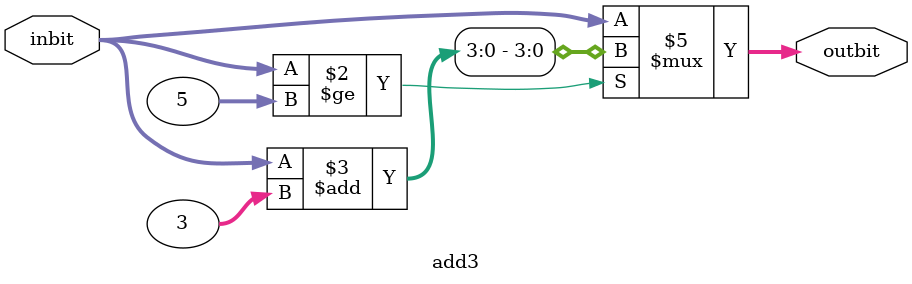
<source format=v>
`timescale 1ns / 1ps


module add3(
    input [3:0] inbit,
    output reg [3:0] outbit
    );
    
    always @*
        begin
            if (inbit >= 5)
                outbit = inbit + 3;
            else
                outbit = inbit;
        end
       
endmodule // add3.v

</source>
